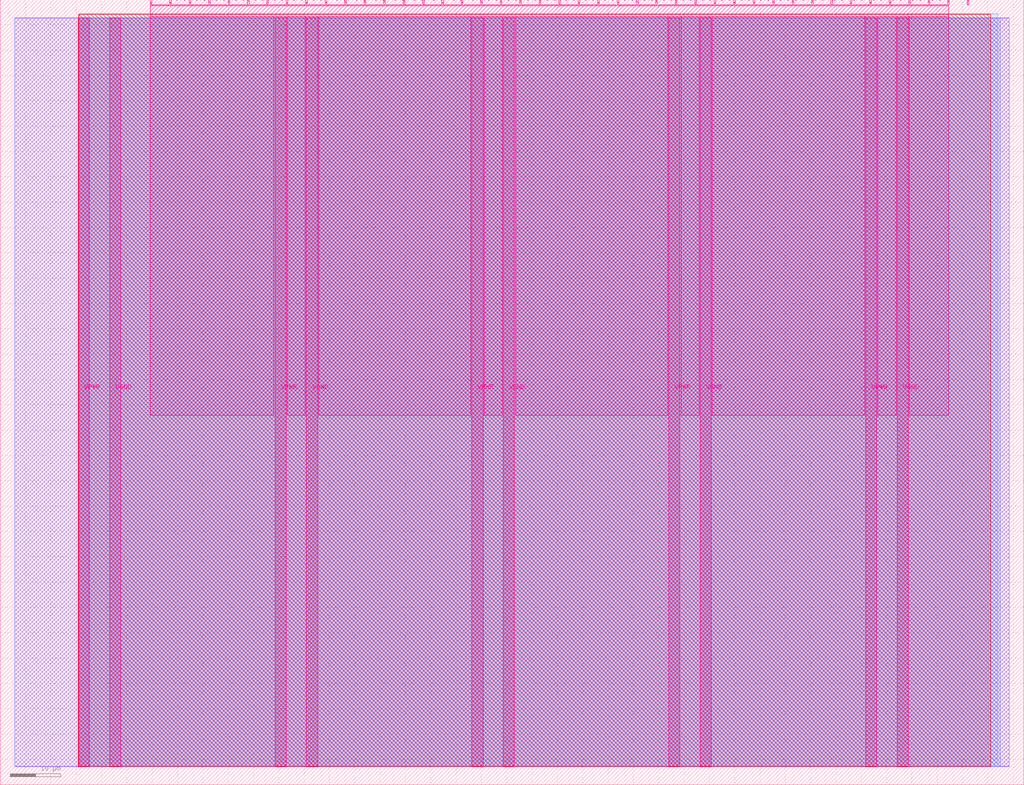
<source format=lef>
VERSION 5.7 ;
  NOWIREEXTENSIONATPIN ON ;
  DIVIDERCHAR "/" ;
  BUSBITCHARS "[]" ;
MACRO tt_um_vga_cbtest
  CLASS BLOCK ;
  FOREIGN tt_um_vga_cbtest ;
  ORIGIN 0.000 0.000 ;
  SIZE 202.080 BY 154.980 ;
  PIN VGND
    DIRECTION INOUT ;
    USE GROUND ;
    PORT
      LAYER Metal5 ;
        RECT 21.580 3.560 23.780 151.420 ;
    END
    PORT
      LAYER Metal5 ;
        RECT 60.450 3.560 62.650 151.420 ;
    END
    PORT
      LAYER Metal5 ;
        RECT 99.320 3.560 101.520 151.420 ;
    END
    PORT
      LAYER Metal5 ;
        RECT 138.190 3.560 140.390 151.420 ;
    END
    PORT
      LAYER Metal5 ;
        RECT 177.060 3.560 179.260 151.420 ;
    END
  END VGND
  PIN VPWR
    DIRECTION INOUT ;
    USE POWER ;
    PORT
      LAYER Metal5 ;
        RECT 15.380 3.560 17.580 151.420 ;
    END
    PORT
      LAYER Metal5 ;
        RECT 54.250 3.560 56.450 151.420 ;
    END
    PORT
      LAYER Metal5 ;
        RECT 93.120 3.560 95.320 151.420 ;
    END
    PORT
      LAYER Metal5 ;
        RECT 131.990 3.560 134.190 151.420 ;
    END
    PORT
      LAYER Metal5 ;
        RECT 170.860 3.560 173.060 151.420 ;
    END
  END VPWR
  PIN clk
    DIRECTION INPUT ;
    USE SIGNAL ;
    ANTENNAGATEAREA 0.213200 ;
    PORT
      LAYER Metal5 ;
        RECT 187.050 153.980 187.350 154.980 ;
    END
  END clk
  PIN ena
    DIRECTION INPUT ;
    USE SIGNAL ;
    PORT
      LAYER Metal5 ;
        RECT 190.890 153.980 191.190 154.980 ;
    END
  END ena
  PIN rst_n
    DIRECTION INPUT ;
    USE SIGNAL ;
    ANTENNAGATEAREA 0.213200 ;
    PORT
      LAYER Metal5 ;
        RECT 183.210 153.980 183.510 154.980 ;
    END
  END rst_n
  PIN ui_in[0]
    DIRECTION INPUT ;
    USE SIGNAL ;
    PORT
      LAYER Metal5 ;
        RECT 179.370 153.980 179.670 154.980 ;
    END
  END ui_in[0]
  PIN ui_in[1]
    DIRECTION INPUT ;
    USE SIGNAL ;
    PORT
      LAYER Metal5 ;
        RECT 175.530 153.980 175.830 154.980 ;
    END
  END ui_in[1]
  PIN ui_in[2]
    DIRECTION INPUT ;
    USE SIGNAL ;
    PORT
      LAYER Metal5 ;
        RECT 171.690 153.980 171.990 154.980 ;
    END
  END ui_in[2]
  PIN ui_in[3]
    DIRECTION INPUT ;
    USE SIGNAL ;
    PORT
      LAYER Metal5 ;
        RECT 167.850 153.980 168.150 154.980 ;
    END
  END ui_in[3]
  PIN ui_in[4]
    DIRECTION INPUT ;
    USE SIGNAL ;
    PORT
      LAYER Metal5 ;
        RECT 164.010 153.980 164.310 154.980 ;
    END
  END ui_in[4]
  PIN ui_in[5]
    DIRECTION INPUT ;
    USE SIGNAL ;
    PORT
      LAYER Metal5 ;
        RECT 160.170 153.980 160.470 154.980 ;
    END
  END ui_in[5]
  PIN ui_in[6]
    DIRECTION INPUT ;
    USE SIGNAL ;
    PORT
      LAYER Metal5 ;
        RECT 156.330 153.980 156.630 154.980 ;
    END
  END ui_in[6]
  PIN ui_in[7]
    DIRECTION INPUT ;
    USE SIGNAL ;
    PORT
      LAYER Metal5 ;
        RECT 152.490 153.980 152.790 154.980 ;
    END
  END ui_in[7]
  PIN uio_in[0]
    DIRECTION INPUT ;
    USE SIGNAL ;
    PORT
      LAYER Metal5 ;
        RECT 148.650 153.980 148.950 154.980 ;
    END
  END uio_in[0]
  PIN uio_in[1]
    DIRECTION INPUT ;
    USE SIGNAL ;
    PORT
      LAYER Metal5 ;
        RECT 144.810 153.980 145.110 154.980 ;
    END
  END uio_in[1]
  PIN uio_in[2]
    DIRECTION INPUT ;
    USE SIGNAL ;
    PORT
      LAYER Metal5 ;
        RECT 140.970 153.980 141.270 154.980 ;
    END
  END uio_in[2]
  PIN uio_in[3]
    DIRECTION INPUT ;
    USE SIGNAL ;
    PORT
      LAYER Metal5 ;
        RECT 137.130 153.980 137.430 154.980 ;
    END
  END uio_in[3]
  PIN uio_in[4]
    DIRECTION INPUT ;
    USE SIGNAL ;
    PORT
      LAYER Metal5 ;
        RECT 133.290 153.980 133.590 154.980 ;
    END
  END uio_in[4]
  PIN uio_in[5]
    DIRECTION INPUT ;
    USE SIGNAL ;
    PORT
      LAYER Metal5 ;
        RECT 129.450 153.980 129.750 154.980 ;
    END
  END uio_in[5]
  PIN uio_in[6]
    DIRECTION INPUT ;
    USE SIGNAL ;
    PORT
      LAYER Metal5 ;
        RECT 125.610 153.980 125.910 154.980 ;
    END
  END uio_in[6]
  PIN uio_in[7]
    DIRECTION INPUT ;
    USE SIGNAL ;
    PORT
      LAYER Metal5 ;
        RECT 121.770 153.980 122.070 154.980 ;
    END
  END uio_in[7]
  PIN uio_oe[0]
    DIRECTION OUTPUT ;
    USE SIGNAL ;
    ANTENNADIFFAREA 0.299200 ;
    PORT
      LAYER Metal5 ;
        RECT 56.490 153.980 56.790 154.980 ;
    END
  END uio_oe[0]
  PIN uio_oe[1]
    DIRECTION OUTPUT ;
    USE SIGNAL ;
    ANTENNADIFFAREA 0.299200 ;
    PORT
      LAYER Metal5 ;
        RECT 52.650 153.980 52.950 154.980 ;
    END
  END uio_oe[1]
  PIN uio_oe[2]
    DIRECTION OUTPUT ;
    USE SIGNAL ;
    ANTENNADIFFAREA 0.299200 ;
    PORT
      LAYER Metal5 ;
        RECT 48.810 153.980 49.110 154.980 ;
    END
  END uio_oe[2]
  PIN uio_oe[3]
    DIRECTION OUTPUT ;
    USE SIGNAL ;
    ANTENNADIFFAREA 0.299200 ;
    PORT
      LAYER Metal5 ;
        RECT 44.970 153.980 45.270 154.980 ;
    END
  END uio_oe[3]
  PIN uio_oe[4]
    DIRECTION OUTPUT ;
    USE SIGNAL ;
    ANTENNADIFFAREA 0.299200 ;
    PORT
      LAYER Metal5 ;
        RECT 41.130 153.980 41.430 154.980 ;
    END
  END uio_oe[4]
  PIN uio_oe[5]
    DIRECTION OUTPUT ;
    USE SIGNAL ;
    ANTENNADIFFAREA 0.299200 ;
    PORT
      LAYER Metal5 ;
        RECT 37.290 153.980 37.590 154.980 ;
    END
  END uio_oe[5]
  PIN uio_oe[6]
    DIRECTION OUTPUT ;
    USE SIGNAL ;
    ANTENNADIFFAREA 0.299200 ;
    PORT
      LAYER Metal5 ;
        RECT 33.450 153.980 33.750 154.980 ;
    END
  END uio_oe[6]
  PIN uio_oe[7]
    DIRECTION OUTPUT ;
    USE SIGNAL ;
    ANTENNADIFFAREA 0.299200 ;
    PORT
      LAYER Metal5 ;
        RECT 29.610 153.980 29.910 154.980 ;
    END
  END uio_oe[7]
  PIN uio_out[0]
    DIRECTION OUTPUT ;
    USE SIGNAL ;
    ANTENNADIFFAREA 0.299200 ;
    PORT
      LAYER Metal5 ;
        RECT 87.210 153.980 87.510 154.980 ;
    END
  END uio_out[0]
  PIN uio_out[1]
    DIRECTION OUTPUT ;
    USE SIGNAL ;
    ANTENNADIFFAREA 0.299200 ;
    PORT
      LAYER Metal5 ;
        RECT 83.370 153.980 83.670 154.980 ;
    END
  END uio_out[1]
  PIN uio_out[2]
    DIRECTION OUTPUT ;
    USE SIGNAL ;
    ANTENNADIFFAREA 0.299200 ;
    PORT
      LAYER Metal5 ;
        RECT 79.530 153.980 79.830 154.980 ;
    END
  END uio_out[2]
  PIN uio_out[3]
    DIRECTION OUTPUT ;
    USE SIGNAL ;
    ANTENNADIFFAREA 0.299200 ;
    PORT
      LAYER Metal5 ;
        RECT 75.690 153.980 75.990 154.980 ;
    END
  END uio_out[3]
  PIN uio_out[4]
    DIRECTION OUTPUT ;
    USE SIGNAL ;
    ANTENNADIFFAREA 0.299200 ;
    PORT
      LAYER Metal5 ;
        RECT 71.850 153.980 72.150 154.980 ;
    END
  END uio_out[4]
  PIN uio_out[5]
    DIRECTION OUTPUT ;
    USE SIGNAL ;
    ANTENNADIFFAREA 0.299200 ;
    PORT
      LAYER Metal5 ;
        RECT 68.010 153.980 68.310 154.980 ;
    END
  END uio_out[5]
  PIN uio_out[6]
    DIRECTION OUTPUT ;
    USE SIGNAL ;
    ANTENNADIFFAREA 0.299200 ;
    PORT
      LAYER Metal5 ;
        RECT 64.170 153.980 64.470 154.980 ;
    END
  END uio_out[6]
  PIN uio_out[7]
    DIRECTION OUTPUT ;
    USE SIGNAL ;
    ANTENNADIFFAREA 0.299200 ;
    PORT
      LAYER Metal5 ;
        RECT 60.330 153.980 60.630 154.980 ;
    END
  END uio_out[7]
  PIN uo_out[0]
    DIRECTION OUTPUT ;
    USE SIGNAL ;
    ANTENNADIFFAREA 0.654800 ;
    PORT
      LAYER Metal5 ;
        RECT 117.930 153.980 118.230 154.980 ;
    END
  END uo_out[0]
  PIN uo_out[1]
    DIRECTION OUTPUT ;
    USE SIGNAL ;
    ANTENNADIFFAREA 0.632400 ;
    PORT
      LAYER Metal5 ;
        RECT 114.090 153.980 114.390 154.980 ;
    END
  END uo_out[1]
  PIN uo_out[2]
    DIRECTION OUTPUT ;
    USE SIGNAL ;
    ANTENNADIFFAREA 0.632400 ;
    PORT
      LAYER Metal5 ;
        RECT 110.250 153.980 110.550 154.980 ;
    END
  END uo_out[2]
  PIN uo_out[3]
    DIRECTION OUTPUT ;
    USE SIGNAL ;
    ANTENNADIFFAREA 0.654800 ;
    PORT
      LAYER Metal5 ;
        RECT 106.410 153.980 106.710 154.980 ;
    END
  END uo_out[3]
  PIN uo_out[4]
    DIRECTION OUTPUT ;
    USE SIGNAL ;
    ANTENNAGATEAREA 0.180700 ;
    ANTENNADIFFAREA 0.632400 ;
    PORT
      LAYER Metal5 ;
        RECT 102.570 153.980 102.870 154.980 ;
    END
  END uo_out[4]
  PIN uo_out[5]
    DIRECTION OUTPUT ;
    USE SIGNAL ;
    ANTENNADIFFAREA 0.632400 ;
    PORT
      LAYER Metal5 ;
        RECT 98.730 153.980 99.030 154.980 ;
    END
  END uo_out[5]
  PIN uo_out[6]
    DIRECTION OUTPUT ;
    USE SIGNAL ;
    ANTENNADIFFAREA 0.632400 ;
    PORT
      LAYER Metal5 ;
        RECT 94.890 153.980 95.190 154.980 ;
    END
  END uo_out[6]
  PIN uo_out[7]
    DIRECTION OUTPUT ;
    USE SIGNAL ;
    ANTENNADIFFAREA 0.654800 ;
    PORT
      LAYER Metal5 ;
        RECT 91.050 153.980 91.350 154.980 ;
    END
  END uo_out[7]
  OBS
      LAYER GatPoly ;
        RECT 2.880 3.630 199.200 151.350 ;
      LAYER Metal1 ;
        RECT 2.880 3.560 199.200 151.420 ;
      LAYER Metal2 ;
        RECT 15.515 3.680 197.425 151.300 ;
      LAYER Metal3 ;
        RECT 15.560 3.635 196.900 152.185 ;
      LAYER Metal4 ;
        RECT 15.515 3.680 195.505 152.140 ;
      LAYER Metal5 ;
        RECT 30.120 153.770 33.240 153.980 ;
        RECT 33.960 153.770 37.080 153.980 ;
        RECT 37.800 153.770 40.920 153.980 ;
        RECT 41.640 153.770 44.760 153.980 ;
        RECT 45.480 153.770 48.600 153.980 ;
        RECT 49.320 153.770 52.440 153.980 ;
        RECT 53.160 153.770 56.280 153.980 ;
        RECT 57.000 153.770 60.120 153.980 ;
        RECT 60.840 153.770 63.960 153.980 ;
        RECT 64.680 153.770 67.800 153.980 ;
        RECT 68.520 153.770 71.640 153.980 ;
        RECT 72.360 153.770 75.480 153.980 ;
        RECT 76.200 153.770 79.320 153.980 ;
        RECT 80.040 153.770 83.160 153.980 ;
        RECT 83.880 153.770 87.000 153.980 ;
        RECT 87.720 153.770 90.840 153.980 ;
        RECT 91.560 153.770 94.680 153.980 ;
        RECT 95.400 153.770 98.520 153.980 ;
        RECT 99.240 153.770 102.360 153.980 ;
        RECT 103.080 153.770 106.200 153.980 ;
        RECT 106.920 153.770 110.040 153.980 ;
        RECT 110.760 153.770 113.880 153.980 ;
        RECT 114.600 153.770 117.720 153.980 ;
        RECT 118.440 153.770 121.560 153.980 ;
        RECT 122.280 153.770 125.400 153.980 ;
        RECT 126.120 153.770 129.240 153.980 ;
        RECT 129.960 153.770 133.080 153.980 ;
        RECT 133.800 153.770 136.920 153.980 ;
        RECT 137.640 153.770 140.760 153.980 ;
        RECT 141.480 153.770 144.600 153.980 ;
        RECT 145.320 153.770 148.440 153.980 ;
        RECT 149.160 153.770 152.280 153.980 ;
        RECT 153.000 153.770 156.120 153.980 ;
        RECT 156.840 153.770 159.960 153.980 ;
        RECT 160.680 153.770 163.800 153.980 ;
        RECT 164.520 153.770 167.640 153.980 ;
        RECT 168.360 153.770 171.480 153.980 ;
        RECT 172.200 153.770 175.320 153.980 ;
        RECT 176.040 153.770 179.160 153.980 ;
        RECT 179.880 153.770 183.000 153.980 ;
        RECT 183.720 153.770 186.840 153.980 ;
        RECT 29.660 151.630 187.300 153.770 ;
        RECT 29.660 72.935 54.040 151.630 ;
        RECT 56.660 72.935 60.240 151.630 ;
        RECT 62.860 72.935 92.910 151.630 ;
        RECT 95.530 72.935 99.110 151.630 ;
        RECT 101.730 72.935 131.780 151.630 ;
        RECT 134.400 72.935 137.980 151.630 ;
        RECT 140.600 72.935 170.650 151.630 ;
        RECT 173.270 72.935 176.850 151.630 ;
        RECT 179.470 72.935 187.300 151.630 ;
  END
END tt_um_vga_cbtest
END LIBRARY


</source>
